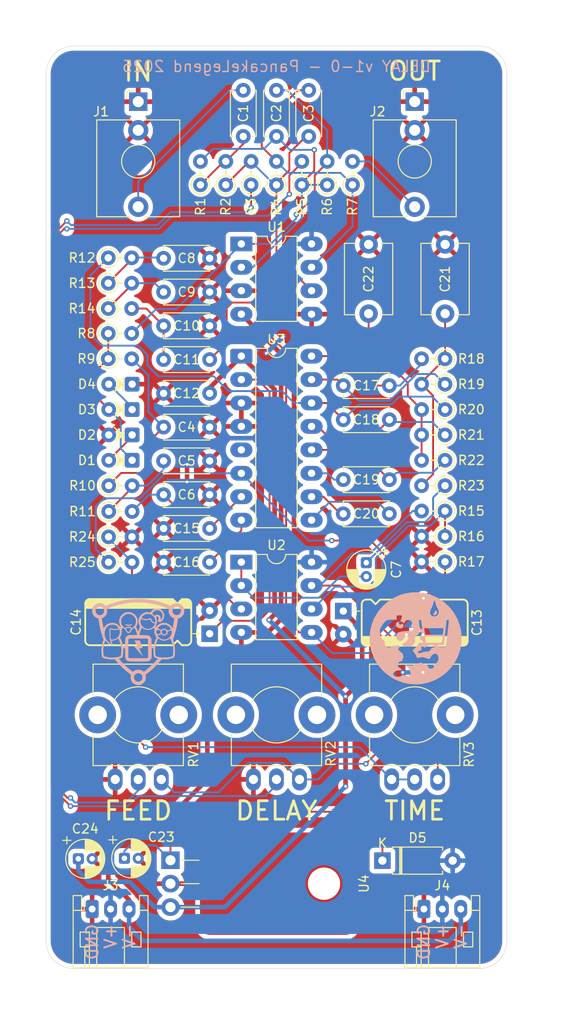
<source format=kicad_pcb>
(kicad_pcb (version 20241229) (generator "pcbnew") (generator_version "9.0")
  (layers (0 "F.Cu" signal) (2 "B.Cu" signal) (13 "F.Paste" user) (15 "B.Paste" user) (5 "F.SilkS" user "F.Silkscreen") (7 "B.SilkS" user "B.Silkscreen") (1 "F.Mask" user) (3 "B.Mask" user) (25 "Edge.Cuts" user))
  (net 0 "")
  (net 1 "Net-(C1-Pad1)")
  (net 2 "Net-(C1-Pad2)")
  (net 3 "Net-(C2-Pad1)")
  (net 4 "Net-(U1B--)")
  (net 5 "Net-(U1A--)")
  (net 6 "Net-(C3-Pad1)")
  (net 7 "Net-(C4-Pad1)")
  (net 8 "GND")
  (net 9 "Net-(C5-Pad1)")
  (net 10 "Net-(C8-Pad1)")
  (net 11 "Net-(U2A-+)")
  (net 12 "Net-(C9-Pad1)")
  (net 13 "Net-(C10-Pad1)")
  (net 14 "Net-(U2B-+)")
  (net 15 "+5V")
  (net 16 "Net-(U3-CC1)")
  (net 17 "Net-(U3-CC0)")
  (net 18 "Net-(U3-LPF1-OUT)")
  (net 19 "Net-(U3-LPF1-IN)")
  (net 20 "D OUT")
  (net 21 "Net-(U3-LPF2-IN)")
  (net 22 "Net-(U3-OP2-OUT)")
  (net 23 "Net-(U3-OP2-IN)")
  (net 24 "Net-(U3-OP1-OUT)")
  (net 25 "Net-(U3-OP1-IN)")
  (net 26 "Net-(C21-Pad2)")
  (net 27 "Net-(D5-K)")
  (net 28 "Net-(D1-K)")
  (net 29 "Net-(D1-A)")
  (net 30 "Net-(D3-A)")
  (net 31 "VDD")
  (net 32 "Net-(R15-Pad2)")
  (net 33 "Net-(J2-PadT)")
  (net 34 "VSS")
  (net 35 "DELAY")
  (net 36 "FEEDBACK")
  (net 37 "TIME")
  (net 38 "Net-(U2B--)")
  (net 39 "D IN")
  (net 40 "Net-(U2A--)")
  (net 42 "Net-(U3-REF)")
  (net 43 "Net-(R24-Pad1)")
  (net 44 "Net-(C22-Pad2)")
  (footprint "HackSynth:R_Vertical_P2.54mm" (layer "F.Cu") (at 168.29 83.9 180)
    (property "Reference" "R18")
    (property "Value" "10k")
  )
  (footprint "HackSynth:R_Vertical_P2.54mm" (layer "F.Cu") (at 147.25 65.04 90)
    (property "Reference" "R3")
    (property "Value" "100k")
  )
  (footprint "HackSynth:C_Ceramic_D4.5mm_P5.00mm" (layer "F.Cu") (at 137.75 94.966667)
    (property "Reference" "C5")
    (property "Value" "680pF")
  )
  (footprint "HackSynth:Potentiometer_Alps_RK09K_Horizontal" (layer "F.Cu") (at 135 122.5)
    (property "Reference" "RV1")
    (property "Value" "10k")
  )
  (footprint "HackSynth:Jack_3.5mm" (layer "F.Cu") (at 165 62.5 180)
    (property "Reference" "J2")
    (property "Value" "OUT")
  )
  (footprint "HackSynth:R_Vertical_P2.54mm" (layer "F.Cu") (at 168.29 92.15 180)
    (property "Reference" "R21")
    (property "Value" "10k")
  )
  (footprint "HackSynth:D_Vertical_P2.54mm" (layer "F.Cu") (at 131.8 92.15)
    (property "Reference" "D2")
    (property "Value" "1N4148")
  )
  (footprint "HackSynth:L7805 - TO-220-3_Horizontal_TabDown" (layer "F.Cu") (at 138.5 140.8 -90)
    (property "Reference" "U4")
    (property "Value" "L7805")
  )
  (footprint "HackSynth:C_Ceramic_D4.5mm_P5.00mm" (layer "F.Cu") (at 142.75 102.288889 180)
    (property "Reference" "C15")
    (property "Value" "100nF")
  )
  (footprint "HackSynth:R_Vertical_P2.54mm" (layer "F.Cu") (at 131.75 81.15)
    (property "Reference" "R8")
    (property "Value" "1k")
  )
  (footprint "HackSynth:R_Vertical_P2.54mm" (layer "F.Cu") (at 155.5 65.04 90)
    (property "Reference" "R6")
    (property "Value" "22k")
  )
  (footprint "HackSynth:C_Ceramic_D4.5mm_P5.00mm" (layer "F.Cu") (at 162.25 97 180)
    (property "Reference" "C19")
    (property "Value" "22nF")
  )
  (footprint "HackSynth:C_Ceramic_D4.5mm_P5.00mm" (layer "F.Cu") (at 137.75 83.983333)
    (property "Reference" "C11")
    (property "Value" "10nF")
  )
  (footprint "HackSynth:C_Ceramic_D4.5mm_P5.00mm" (layer "F.Cu") (at 157.25 100.7)
    (property "Reference" "C20")
    (property "Value" "22nF")
  )
  (footprint "HackSynth:R_Vertical_P2.54mm" (layer "F.Cu") (at 131.8 97.65)
    (property "Reference" "R10")
    (property "Value" "33k")
  )
  (footprint "HackSynth:Module 50x100mm" (layer "F.Cu") (at 150 100)
    (property "Reference" "REF**" (hide yes))
    (property "Value" "Untitled" (hide yes))
    (fp_line (start -24.999999 -47) (end -25 47) (stroke (width 0.05)) (layer "Edge.Cuts"))
    (fp_line (start -21.999999 49.999999) (end 22 50) (stroke (width 0.05)) (layer "Edge.Cuts"))
    (fp_line (start 22 -50) (end -21.999999 -50) (stroke (width 0.05)) (layer "Edge.Cuts"))
    (fp_line (start 25 47) (end 25 -47) (stroke (width 0.05)) (layer "Edge.Cuts"))
    (fp_arc (start -25 -47) (mid -24.12132 -49.12132) (end -22 -50) (stroke (width 0.05)) (layer "Edge.Cuts"))
    (fp_arc (start -22 50) (mid -24.12132 49.12132) (end -25 47) (stroke (width 0.05)) (layer "Edge.Cuts"))
    (fp_arc (start 22 -50) (mid 24.12132 -49.12132) (end 25 -47) (stroke (width 0.05)) (layer "Edge.Cuts"))
    (fp_arc (start 25 47) (mid 24.12132 49.12132) (end 22 50) (stroke (width 0.05)) (layer "Edge.Cuts"))
  )
  (footprint "HackSynth:R_Vertical_P2.54mm" (layer "F.Cu") (at 131.7805 103.2)
    (property "Reference" "R24")
    (property "Value" "1k")
  )
  (footprint "HackSynth:R_Vertical_P2.54mm" (layer "F.Cu") (at 131.75 78.45)
    (property "Reference" "R14")
    (property "Value" "100k")
  )
  (footprint "HackSynth:R_Vertical_P2.54mm" (layer "F.Cu") (at 168.29 86.65 180)
    (property "Reference" "R19")
    (property "Value" "22k")
  )
  (footprint "HackSynth:R_Vertical_P2.54mm" (layer "F.Cu") (at 150 65.04 90)
    (property "Reference" "R4")
    (property "Value" "22k")
  )
  (footprint "HackSynth:R_Vertical_P2.54mm" (layer "F.Cu") (at 152.75 65.04 90)
    (property "Reference" "R5")
    (property "Value" "100k")
  )
  (footprint "HackSynth:DIP-8_W7.62mm_LongPads" (layer "F.Cu") (at 150 109.75)
    (property "Reference" "U2")
    (property "Value" "TL072")
  )
  (footprint "HackSynth:CP_Radial_D5.2mm_P2.50mm_LayDown" (layer "F.Cu") (at 142.75 112.45 90)
    (property "Reference" "C14")
    (property "Value" "47µF")
  )
  (footprint "HackSynth:R_Vertical_P2.54mm" (layer "F.Cu") (at 168.29 100.4 180)
    (property "Reference" "R15")
    (property "Value" "100k")
  )
  (footprint "HackSynth:Potentiometer_Alps_RK09K_Horizontal" (layer "F.Cu") (at 150 122.5)
    (property "Reference" "RV2")
    (property "Value" "10k")
  )
  (footprint "HackSynth:JST_PH_S3B-PH-K_1x03_P2.00mm_Horizontal" (layer "F.Cu") (at 130 143.55)
    (property "Reference" "J3")
    (property "Value" "Conn_01x03")
  )
  (footprint "HackSynth:C_Ceramic_D4.5mm_P5.00mm" (layer "F.Cu") (at 137.75 98.627778)
    (property "Reference" "C6")
    (property "Value" "220pF")
  )
  (footprint "HackSynth:DIP-16_W7.62mm_LongPads" (layer "F.Cu") (at 146.19 83.61)
    (property "Reference" "U3")
    (property "Value" "PT2399")
  )
  (footprint "HackSynth:C_Ceramic_D4.5mm_P5.00mm" (layer "F.Cu") (at 146.4 59.79 90)
    (property "Reference" "C1")
    (property "Value" "220nF")
  )
  (footprint "HackSynth:C_Disc_D7.5mm_W5.0mm_P7.50mm" (layer "F.Cu") (at 168.3 71.5 -90)
    (property "Reference" "C21")
    (property "Value" "6.8nF")
  )
  (footprint "HackSynth:JST_PH_S3B-PH-K_1x03_P2.00mm_Horizontal" (layer "F.Cu") (at 166 143.55)
    (property "Reference" "J4")
    (property "Value" "Conn_01x03")
  )
  (footprint "HackSynth:R_Vertical_P2.54mm" (layer "F.Cu") (at 131.75 72.95)
    (property "Reference" "R12")
    (property "Value" "10k")
  )
  (footprint "HackSynth:R_Vertical_P2.54mm" (layer "F.Cu") (at 141.75 65.04 90)
    (property "Reference" "R1")
    (property "Value" "100k")
  )
  (footprint "HackSynth:C_Ceramic_D4.5mm_P5.00mm" (layer "F.Cu") (at 162.25 86.8 180)
    (property "Reference" "C17")
    (property "Value" "560pF")
  )
  (footprint "HackSynth:DIP-8_W7.62mm_LongPads" (layer "F.Cu") (at 150 75.25)
    (property "Reference" "U1")
    (property "Value" "TL072")
  )
  (footprint "HackSynth:D_Vertical_P2.54mm" (layer "F.Cu") (at 131.8 89.4)
    (property "Reference" "D3")
    (property "Value" "1N4148")
  )
  (footprint "HackSynth:C_Ceramic_D4.5mm_P5.00mm" (layer "F.Cu") (at 137.75 91.305556)
    (property "Reference" "C4")
    (property "Value" "2.2nF")
  )
  (footprint "HackSynth:CP_Radial_D5.2mm_P2.50mm_LayDown" (layer "F.Cu") (at 157.25 112.5 -90)
    (property "Reference" "C13")
    (property "Value" "100µF")
  )
  (footprint "HackSynth:C_Ceramic_D4.5mm_P5.00mm" (layer "F.Cu") (at 137.75 73)
    (property "Reference" "C8")
    (property "Value" "2.2nF")
  )
  (footprint "HackSynth:C_Ceramic_D4.5mm_P5.00mm" (layer "F.Cu") (at 150 54.79 -90)
    (property "Reference" "C2")
    (property "Value" "68pF")
  )
  (footprint "HackSynth:C_Ceramic_D4.5mm_P5.00mm" (layer "F.Cu") (at 137.75 80.322222)
    (property "Reference" "C10")
    (property "Value" "220pF")
  )
  (footprint "HackSynth:C_Ceramic_D4.5mm_P5.00mm" (layer "F.Cu") (at 157.25 90.5)
    (property "Reference" "C18")
    (property "Value" "560pF")
  )
  (footprint "HackSynth:D_Vertical_P2.54mm" (layer "F.Cu") (at 131.8 94.9)
    (property "Reference" "D1")
    (property "Value" "1N4148")
  )
  (footprint "HackSynth:CP_Radial_D4.0mm_P1.50mm" (layer "F.Cu") (at 159.75 106.75 -90)
    (property "Reference" "C7")
    (property "Value" "1uF")
  )
  (footprint "HackSynth:R_Vertical_P2.54mm" (layer "F.Cu") (at 168.29 94.9 180)
    (property "Reference" "R22")
    (property "Value" "22k")
  )
  (footprint "HackSynth:C_Ceramic_D4.5mm_P5.00mm" (layer "F.Cu") (at 153.5 54.79 -90)
    (property "Reference" "C3")
    (property "Value" "68pF")
  )
  (footprint "HackSynth:R_Vertical_P2.54mm" (layer "F.Cu") (at 168.29 103.15 180)
    (property "Reference" "R16")
    (property "Value" "56k")
  )
  (footprint "HackSynth:D_A-405_P7.62mm_Horizontal" (layer "F.Cu") (at 161.5 138.3)
    (property "Reference" "D5")
    (property "Value" "1N4002")
  )
  (footprint "HackSynth:R_Vertical_P2.54mm" (layer "F.Cu") (at 131.7805 105.95)
    (property "Reference" "R25")
    (property "Value" "68k")
  )
  (footprint "HackSynth:Jack_3.5mm" (layer "F.Cu") (at 135 62.5 180)
    (property "Reference" "J1")
    (property "Value" "IN")
  )
  (footprint "HackSynth:R_Vertical_P2.54mm" (layer "F.Cu") (at 168.29 105.9 180)
    (property "Reference" "R17")
    (property "Value" "1M")
  )
  (footprint "HackSynth:R_Vertical_P2.54mm" (layer "F.Cu") (at 168.29 97.65 180)
    (property "Reference" "R23")
    (property "Value" "22k")
  )
  (footprint "HackSynth:CP_Radial_D4.0mm_P1.50mm" (layer "F.Cu") (at 134.25 138.05)
    (property "Reference" "C23")
    (property "Value" "10uF 25v")
  )
  (footprint "HackSynth:Potentiometer_Alps_RK09K_Horizontal" (layer "F.Cu") (at 165 122.5)
    (property "Reference" "RV3")
    (property "Value" "47k")
  )
  (footprint "HackSynth:R_Vertical_P2.54mm" (layer "F.Cu") (at 168.29 89.4 180)
    (property "Reference" "R20")
    (property "Value" "22k")
  )
  (footprint "HackSynth:R_Vertical_P2.54mm" (layer "F.Cu") (at 131.75 83.9)
    (property "Reference" "R9")
    (property "Value" "10k")
  )
  (footprint "HackSynth:C_Ceramic_D4.5mm_P5.00mm" (layer "F.Cu") (at 142.75 87.644444 180)
    (property "Reference" "C12")
    (property "Value" "100nF")
  )
  (footprint "HackSynth:D_Vertical_P2.54mm" (layer "F.Cu") (at 131.8 86.65)
    (property "Reference" "D4")
    (property "Value" "1N4148")
  )
  (footprint "HackSynth:R_Vertical_P2.54mm" (layer "F.Cu") (at 131.75 75.7)
    (property "Reference" "R13")
    (property "Value" "33k")
  )
  (footprint "HackSynth:R_Vertical_P2.54mm" (layer "F.Cu") (at 144.5 65.04 90)
    (property "Reference" "R2")
    (property "Value" "100k")
  )
  (footprint "HackSynth:R_Vertical_P2.54mm" (layer "F.Cu") (at 158.25 65.04 90)
    (property "Reference" "R7")
    (property "Value" "1k")
  )
  (footprint "HackSynth:CP_Radial_D4.0mm_P1.50mm" (layer "F.Cu") (at 129.25 138.1)
    (property "Reference" "C24")
    (property "Value" "1uF 50v")
  )
  (footprint "HackSynth:C_Ceramic_D4.5mm_P5.00mm" (layer "F.Cu") (at 137.75 76.661111)
    (property "Reference" "C9")
    (property "Value" "680pF")
  )
  (footprint "HackSynth:C_Ceramic_D4.5mm_P5.00mm" (layer "F.Cu") (at 142.75 105.95 180)
    (property "Reference" "C16")
    (property "Value" "100nF")
  )
  (footprint "HackSynth:R_Vertical_P2.54mm" (layer "F.Cu") (at 131.8 100.45)
    (property "Reference" "R11")
    (property "Value" "100k")
  )
  (footprint "HackSynth:C_Disc_D7.5mm_W5.0mm_P7.50mm" (layer "F.Cu") (at 160 71.5 -90)
    (property "Reference" "C22")
    (property "Value" "3.3nF")
  )
  (footprint "HackSynth:PancakeLegend Logo - 10mm" (layer "B.Cu") (at 165.1 114.2 180)
    (property "Reference" "Ref**" (hide yes))
    (property "Value" "Val**" (hide yes))
  )
  (footprint "HackSynth:CCHS Logo - 10mm" (layer "B.Cu") (at 135 114.6 180)
    (property "Reference" "Ref**" (hide yes))
    (property "Value" "Val**" (hide yes))
  )
  (gr_text "OUT" (at 165 52.7 0) (layer "F.SilkS") (effects (font (size 2 2) (thickness 0.3) (bold yes))))
  (gr_text "DELAY" (at 150 132.9 0) (layer "F.SilkS") (effects (font (size 2 2) (thickness 0.3) (bold yes))))
  (gr_text "TIME" (at 165 132.9 0) (layer "F.SilkS") (effects (font (size 2 2) (thickness 0.3) (bold yes))))
  (gr_text "FEED" (at 135 132.9 0) (layer "F.SilkS") (effects (font (size 2 2) (thickness 0.3) (bold yes))))
  (gr_text "IN" (at 135 52.8 0) (layer "F.SilkS") (effects (font (size 2 2) (thickness 0.3) (bold yes))))
  (gr_text "DELAY v1-0 - PancakeLegend 2025" (at 150 52.2 0) (layer "B.SilkS") (effects (font (size 1.2 1.2)) (justify mirror)))
  (segment (start 141.75 65.04) (end 144.29 62.5) (width 0.2) (layer "F.Cu") (net 1))
  (segment (start 144.29 62.5) (end 144.5 62.5) (width 0.2) (layer "F.Cu") (net 1))
  (segment (start 144.5 62.5) (end 146.4 60.6) (width 0.2) (layer "F.Cu") (net 1))
  (segment (start 146.4 60.6) (end 146.4 59.79) (width 0.2) (layer "F.Cu") (net 1))
  (segment (start 146.4 54.79) (end 144.91 54.79) (width 0.2) (layer "B.Cu") (net 2))
  (segment (start 135 67.42) (end 135 64.75) (width 0.2) (layer "B.Cu") (net 2))
  (segment (start 135 64.7) (end 135 64.75) (width 0.2) (layer "B.Cu") (net 2))
  (segment (start 144.91 54.79) (end 135 64.7) (width 0.2) (layer "B.Cu") (net 2))
  (segment (start 155.5 62.5) (end 155.5 62.6671) (width 0.2) (layer "F.Cu") (net 3))
  (segment (start 155.5 62.6671) (end 154.15 64.0171) (width 0.2) (layer "F.Cu") (net 3))
  (segment (start 134.29 81.33) (end 134.29 81.12) (width 0.2) (layer "F.Cu") (net 3))
  (segment (start 154.15 66.25) (end 152.15 68.25) (width 0.2) (layer "F.Cu") (net 3))
  (segment (start 154.15 64.0171) (end 154.15 66.25) (width 0.2) (layer "F.Cu") (net 3))
  (via (at 152.15 68.25) (size 0.6) (drill 0.3) (layers "F.Cu" "B.Cu") (net 3))
  (segment (start 146.19 71.44) (end 139.13 78.5) (width 0.2) (layer "B.Cu") (net 3))
  (segment (start 150 54.79) (end 151.19 54.79) (width 0.2) (layer "B.Cu") (net 3))
  (segment (start 149.3929 71.44) (end 146.19 71.44) (width 0.2) (layer "B.Cu") (net 3))
  (segment (start 151.3 69.5329) (end 149.3929 71.44) (width 0.2) (layer "B.Cu") (net 3))
  (segment (start 136.94 78.5) (end 137.2 78.5) (width 0.2) (layer "B.Cu") (net 3))
  (segment (start 152.15 68.6829) (end 152.15 68.25) (width 0.2) (layer "B.Cu") (net 3))
  (segment (start 151.19 54.79) (end 155.5 59.1) (width 0.2) (layer "B.Cu") (net 3))
  (segment (start 151.3 69.5329) (end 151.84145 68.99145) (width 0.2) (layer "B.Cu") (net 3))
  (segment (start 139.13 78.5) (end 137.2 78.5) (width 0.2) (layer "B.Cu") (net 3))
  (segment (start 155.5 59.1) (end 155.5 62.5) (width 0.2) (layer "B.Cu") (net 3))
  (segment (start 134.29 81.15) (end 136.94 78.5) (width 0.2) (layer "B.Cu") (net 3))
  (segment (start 151.84145 68.99145) (end 152.15 68.6829) (width 0.2) (layer "B.Cu") (net 3))
  (segment (start 144.5 65.04) (end 147.04 62.5) (width 0.2) (layer "F.Cu") (net 4))
  (segment (start 150 72.71) (end 153.81 76.52) (width 0.2) (layer "F.Cu") (net 4))
  (segment (start 151.4 61.59) (end 151.4 63.45) (width 0.2) (layer "F.Cu") (net 4))
  (segment (start 151.4 63.45) (end 150 64.85) (width 0.2) (layer "F.Cu") (net 4))
  (segment (start 153.2 59.79) (end 151.4 61.59) (width 0.2) (layer "F.Cu") (net 4))
  (segment (start 147.04 62.5) (end 147.25 62.5) (width 0.2) (layer "F.Cu") (net 4))
  (segment (start 150 65.5) (end 150 72.71) (width 0.2) (layer "F.Cu") (net 4))
  (segment (start 147.25 62.5) (end 149.79 65.04) (width 0.2) (layer "B.Cu") (net 4))
  (segment (start 149.79 65.04) (end 150 65.04) (width 0.2) (layer "B.Cu") (net 4))
  (segment (start 154.1 63.5) (end 152.75 64.85) (width 0.2) (layer "F.Cu") (net 5))
  (segment (start 154.1 61.24) (end 154.1 63.5) (width 0.2) (layer "F.Cu") (net 5))
  (via (at 154.1 61.24) (size 0.6) (drill 0.3) (layers "F.Cu" "B.Cu") (net 5))
  (segment (start 143.11 61.14) (end 148.65 61.14) (width 0.2) (layer "B.Cu") (net 5))
  (segment (start 147.42 73.98) (end 152.75 68.65) (width 0.2) (layer "B.Cu") (net 5))
  (segment (start 150 59.79) (end 151.45 61.24) (width 0.2) (layer "B.Cu") (net 5))
  (segment (start 151.45 61.24) (end 154.1 61.24) (width 0.2) (layer "B.Cu") (net 5))
  (segment (start 152.75 68.65) (end 152.75 65.04) (width 0.2) (layer "B.Cu") (net 5))
  (segment (start 152.75 65.04) (end 155.5 65.04) (width 0.2) (layer "B.Cu") (net 5))
  (segment (start 148.65 61.14) (end 150 59.79) (width 0.2) (layer "B.Cu") (net 5))
  (segment (start 146.19 73.98) (end 147.42 73.98) (width 0.2) (layer "B.Cu") (net 5))
  (segment (start 141.75 62.5) (end 143.11 61.14) (width 0.2) (layer "B.Cu") (net 5))
  (segment (start 148.4 60.9) (end 150 62.5) (width 0.2) (layer "F.Cu") (net 6))
  (segment (start 153.5 54.79) (end 152.31 54.79) (width 0.2) (layer "F.Cu") (net 6))
  (segment (start 152.31 54.79) (end 148.4 58.7) (width 0.2) (layer "F.Cu") (net 6))
  (segment (start 148.4 58.7) (end 148.4 60.9) (width 0.2) (layer "F.Cu") (net 6))
  (segment (start 150 62.5) (end 151.24 63.74) (width 0.2) (layer "B.Cu") (net 6))
  (segment (start 156.95 63.74) (end 158.25 65.04) (width 0.2) (layer "B.Cu") (net 6))
  (segment (start 153.81 73.98) (end 158.25 69.54) (width 0.2) (layer "B.Cu") (net 6))
  (segment (start 158.25 69.54) (end 158.25 65.04) (width 0.2) (layer "B.Cu") (net 6))
  (segment (start 151.24 63.74) (end 156.95 63.74) (width 0.2) (layer "B.Cu") (net 6))
  (segment (start 135.2 96.27) (end 133.15 96.27) (width 0.2) (layer "F.Cu") (net 7))
  (segment (start 133.15 96.27) (end 131.8 97.62) (width 0.2) (layer "F.Cu") (net 7))
  (segment (start 136.1 95.37) (end 135.2 96.27) (width 0.2) (layer "F.Cu") (net 7))
  (segment (start 136.1 92.955556) (end 136.1 95.37) (width 0.2) (layer "F.Cu") (net 7))
  (segment (start 137.75 91.305556) (end 136.1 92.955556) (width 0.2) (layer "F.Cu") (net 7))
  (segment (start 136.1 89.655556) (end 137.75 91.305556) (width 0.2) (layer "B.Cu") (net 7))
  (segment (start 134.29 83.87) (end 136.1 85.68) (width 0.2) (layer "B.Cu") (net 7))
  (segment (start 136.1 85.68) (end 136.1 89.655556) (width 0.2) (layer "B.Cu") (net 7))
  (via (at 163.7 117.9) (size 0.6) (drill 0.3) (layers "F.Cu" "B.Cu") (net 8))
  (via (at 148.9 83.3) (size 0.6) (drill 0.3) (layers "F.Cu" "B.Cu") (net 8))
  (via (at 165.9 117.9) (size 0.6) (drill 0.3) (layers "F.Cu" "B.Cu") (net 8))
  (via (at 165.9 113.8) (size 0.6) (drill 0.3) (layers "F.Cu" "B.Cu") (net 8))
  (via (at 150.75 81.5) (size 0.6) (drill 0.3) (layers "F.Cu" "B.Cu") (net 8))
  (via (at 164.1 113.8) (size 0.6) (drill 0.3) (layers "F.Cu" "B.Cu") (net 8))
  (segment (start 165.9 117.9) (end 163.7 117.9) (width 0.5) (layer "B.Cu") (net 8))
  (segment (start 165.8 113.8) (end 164.1 113.8) (width 0.5) (layer "B.Cu") (net 8))
  (segment (start 150.75 81.5) (end 148.9 83.3) (width 0.5) (layer "B.Cu") (net 8))
  (segment (start 131.8 100.42) (end 134.34 97.88) (width 0.2) (layer "F.Cu") (net 9))
  (segment (start 134.34 97.88) (end 134.34 97.62) (width 0.2) (layer "F.Cu") (net 9))
  (segment (start 134.34 97.65) (end 135.9929 97.65) (width 0.2) (layer "B.Cu") (net 9))
  (segment (start 135.9929 97.65) (end 137.75 95.8929) (width 0.2) (layer "B.Cu") (net 9))
  (segment (start 137.75 95.8929) (end 137.75 94.966667) (width 0.2) (layer "B.Cu") (net 9))
  (segment (start 131.75 75.67) (end 134.29 73.13) (width 0.2) (layer "F.Cu") (net 10))
  (segment (start 134.29 73.13) (end 134.29 72.92) (width 0.2) (layer "F.Cu") (net 10))
  (segment (start 137.5 72.92) (end 137.75 73.17) (width 0.2) (layer "B.Cu") (net 10))
  (segment (start 134.29 72.92) (end 137.5 72.92) (width 0.2) (layer "B.Cu") (net 10))
  (segment (start 145.89 111.02) (end 140.4 105.53) (width 0.2) (layer "F.Cu") (net 11))
  (segment (start 146.19 111.02) (end 145.89 111.02) (width 0.2) (layer "F.Cu") (net 11))
  (segment (start 137.75 98.627778) (end 140.4 101.277778) (width 0.2) (layer "F.Cu") (net 11))
  (segment (start 140.4 101.6) (end 140.4 105.53) (width 0.2) (layer "F.Cu") (net 11))
  (segment (start 140.4 101.277778) (end 140.4 101.6) (width 0.2) (layer "F.Cu") (net 11))
  (segment (start 134.34 100.45) (end 136.162222 98.627778) (width 0.2) (layer "B.Cu") (net 11))
  (segment (start 136.162222 98.627778) (end 137.75 98.627778) (width 0.2) (layer "B.Cu") (net 11))
  (segment (start 134.29 75.88) (end 134.29 75.67) (width 0.2) (layer "F.Cu") (net 12))
  (segment (start 131.75 78.42) (end 134.29 75.88) (width 0.2) (layer "F.Cu") (net 12))
  (segment (start 134.29 75.7) (end 136.788889 75.7) (width 0.2) (layer "B.Cu") (net 12))
  (segment (start 136.788889 75.7) (end 137.75 76.661111) (width 0.2) (layer "B.Cu") (net 12))
  (segment (start 137.75 80.322222) (end 137.75 83.983333) (width 0.2) (layer "F.Cu") (net 13))
  (segment (start 135.877778 78.45) (end 137.75 80.322222) (width 0.2) (layer "F.Cu") (net 13))
  (segment (start 137.75 79.67) (end 137.5 79.67) (width 0.2) (layer "F.Cu") (net 13))
  (segment (start 134.29 78.45) (end 135.877778 78.45) (width 0.2) (layer "F.Cu") (net 13))
  (segment (start 137.75 79.67) (end 137.5 79.67) (width 0.2) (layer "B.Cu") (net 13))
  (segment (start 152.46 113.56) (end 153.81 113.56) (width 0.2) (layer "F.Cu") (net 14))
  (segment (start 151.051 112.151) (end 152.46 113.56) (width 0.2) (layer "F.Cu") (net 14))
  (segment (start 168.29 107.51) (end 168.29 105.9) (width 0.2) (layer "F.Cu") (net 14))
  (segment (start 144.6 78.4) (end 144.6 82.133333) (width 0.2) (layer "F.Cu") (net 14))
  (segment (start 144.6 82.133333) (end 142.75 83.983333) (width 0.2) (layer "F.Cu") (net 14))
  (segment (start 151.051 84) (end 151.051 83.141768) (width 0.2) (layer "F.Cu") (net 14))
  (segment (start 148.1 78.7) (end 147.2 77.8) (width 0.2) (layer "F.Cu") (net 14))
  (segment (start 148.1 80.190768) (end 148.1 78.7) (width 0.2) (layer "F.Cu") (net 14))
  (segment (start 145.2 77.8) (end 144.6 78.4) (width 0.2) (layer "F.Cu") (net 14))
  (segment (start 147.2 77.8) (end 145.2 77.8) (width 0.2) (layer "F.Cu") (net 14))
  (segment (start 151.051 83.141768) (end 148.1 80.190768) (width 0.2) (layer "F.Cu") (net 14))
  (segment (start 151.051 84) (end 151.051 112.151) (width 0.2) (layer "F.Cu") (net 14))
  (segment (start 165.95 109.85) (end 168.29 107.51) (width 0.2) (layer "F.Cu") (net 14))
  (via (at 165.95 109.85) (size 0.6) (drill 0.3) (layers "F.Cu" "B.Cu") (net 14))
  (segment (start 165.95 109.85) (end 160 115.8) (width 0.2) (layer "B.Cu") (net 14))
  (segment (start 156.05 115.8) (end 153.81 113.56) (width 0.2) (layer "B.Cu") (net 14))
  (segment (start 160 115.8) (end 156.05 115.8) (width 0.2) (layer "B.Cu") (net 14))
  (segment (start 149.2 112.2) (end 149.799 111.601) (width 0.5) (layer "F.Cu") (net 15))
  (segment (start 149.799 87.219) (end 146.19 83.61) (width 0.5) (layer "F.Cu") (net 15))
  (segment (start 142.75 87.05) (end 142.75 87.644444) (width 0.5) (layer "F.Cu") (net 15))
  (segment (start 159.3 113.3) (end 159.3 118.7) (width 0.5) (layer "F.Cu") (net 15))
  (segment (start 157.25 111.25) (end 159.3 113.3) (width 0.5) (layer "F.Cu") (net 15))
  (segment (start 157.5 130.25) (end 157.5 120.5) (width 0.5) (layer "F.Cu") (net 15))
  (segment (start 146.19 83.61) (end 142.75 87.05) (width 0.5) (layer "F.Cu") (net 15))
  (segment (start 159.3 118.7) (end 157.5 120.5) (width 0.5) (layer "F.Cu") (net 15))
  (segment (start 149.799 111.601) (end 149.799 87.219) (width 0.5) (layer "F.Cu") (net 15))
  (via (at 157.5 120.5) (size 0.6) (drill 0.3) (layers "F.Cu" "B.Cu") (net 15))
  (via (at 157.5 130.25) (size 0.6) (drill 0.3) (layers "F.Cu" "B.Cu") (net 15))
  (via (at 149.2 112.2) (size 0.6) (drill 0.3) (layers "F.Cu" "B.Cu") (net 15))
  (segment (start 138.5 143.34) (end 136.79 143.34) (width 0.5) (layer "B.Cu") (net 15))
  (segment (start 128.5 139.4) (end 128.5 138.1) (width 0.5) (layer "B.Cu") (net 15))
  (segment (start 133.7 140.6) (end 129.7 140.6) (width 0.5) (layer "B.Cu") (net 15))
  (segment (start 129.7 140.6) (end 128.5 139.4) (width 0.5) (layer "B.Cu") (net 15))
  (segment (start 134.05 140.6) (end 133.7 140.6) (width 0.5) (layer "B.Cu") (net 15))
  (segment (start 136.79 143.34) (end 134.05 140.6) (width 0.5) (layer "B.Cu") (net 15))
  (segment (start 138.5 143.34) (end 144.41 143.34) (width 0.5) (layer "B.Cu") (net 15))
  (segment (start 149.2 112.2) (end 157.5 120.5) (width 0.5) (layer "B.Cu") (net 15))
  (segment (start 144.41 143.34) (end 157.5 130.25) (width 0.5) (layer "B.Cu") (net 15))
  (segment (start 146.188889 98.85) (end 146.19 98.85) (width 0.2) (layer "F.Cu") (net 16))
  (segment (start 142.75 102.288889) (end 146.188889 98.85) (width 0.2) (layer "F.Cu") (net 16))
  (segment (start 146.19 101.39) (end 146.19 102.51) (width 0.2) (layer "F.Cu") (net 17))
  (segment (start 146.19 102.51) (end 142.75 105.95) (width 0.2) (layer "F.Cu") (net 17))
  (segment (start 145.61 101.39) (end 146.19 101.39) (width 0.2) (layer "B.Cu") (net 17))
  (segment (start 156.6 86.15) (end 157.25 86.8) (width 0.2) (layer "F.Cu") (net 18))
  (segment (start 153.81 86.15) (end 156.6 86.15) (width 0.2) (layer "F.Cu") (net 18))
  (segment (start 162.301 88.449) (end 158.899 88.449) (width 0.2) (layer "B.Cu") (net 18))
  (segment (start 158.899 88.449) (end 157.25 86.8) (width 0.2) (layer "B.Cu") (net 18))
  (segment (start 167.189 85.549) (end 165.201 85.549) (width 0.2) (layer "B.Cu") (net 18))
  (segment (start 168.29 86.65) (end 167.189 85.549) (width 0.2) (layer "B.Cu") (net 18))
  (segment (start 165.201 85.549) (end 162.301 88.449) (width 0.2) (layer "B.Cu") (net 18))
  (segment (start 153.81 83.61) (end 156.61 83.61) (width 0.2) (layer "F.Cu") (net 19))
  (segment (start 156.61 83.61) (end 159.8 86.8) (width 0.2) (layer "F.Cu") (net 19))
  (segment (start 159.8 86.8) (end 162.25 86.8) (width 0.2) (layer "F.Cu") (net 19))
  (segment (start 162.25 86.8) (end 163.3829 86.8) (width 0.2) (layer "B.Cu") (net 19))
  (segment (start 165.75 84.4329) (end 165.75 83.9) (width 0.2) (layer "B.Cu") (net 19))
  (segment (start 163.3829 86.8) (end 165.75 84.4329) (width 0.2) (layer "B.Cu") (net 19))
  (segment (start 153.81 88.69) (end 155.44 88.69) (width 0.2) (layer "F.Cu") (net 20))
  (segment (start 155.44 88.69) (end 157.25 90.5) (width 0.2) (layer "F.Cu") (net 20))
  (segment (start 129.8 74.87) (end 131.75 72.92) (width 0.2) (layer "B.Cu") (net 20))
  (segment (start 131 82.47) (end 129.8 81.27) (width 0.2) (layer "B.Cu") (net 20))
  (segment (start 158.9 88.85) (end 162.4671 88.85) (width 0.2) (layer "B.Cu") (net 20))
  (segment (start 166.89 88) (end 168.29 89.4) (width 0.2) (layer "B.Cu") (net 20))
  (segment (start 136 84.6) (end 136 83.47) (width 0.2) (layer "B.Cu") (net 20))
  (segment (start 150.62 87.4) (end 144.8 87.4) (width 0.2) (layer "B.Cu") (net 20))
  (segment (start 153.81 88.69) (end 151.91 88.69) (width 0.2) (layer "B.Cu") (net 20))
  (segment (start 137.2 85.8) (end 136 84.6) (width 0.2) (layer "B.Cu") (net 20))
  (segment (start 162.4671 88.85) (end 163.3171 88) (width 0.2) (layer "B.Cu") (net 20))
  (segment (start 163.3171 88) (end 166.89 88) (width 0.2) (layer "B.Cu") (net 20))
  (segment (start 129.8 81.27) (end 129.8 74.87) (width 0.2) (layer "B.Cu") (net 20))
  (segment (start 143.2 85.8) (end 137.2 85.8) (width 0.2) (layer "B.Cu") (net 20))
  (segment (start 135 82.47) (end 131 82.47) (width 0.2) (layer "B.Cu") (net 20))
  (segment (start 157.25 90.5) (end 158.9 88.85) (width 0.2) (layer "B.Cu") (net 20))
  (segment (start 144.8 87.4) (end 143.2 85.8) (width 0.2) (layer "B.Cu") (net 20))
  (segment (start 136 83.47) (end 135 82.47) (width 0.2) (layer "B.Cu") (net 20))
  (segment (start 151.91 88.69) (end 150.62 87.4) (width 0.2) (layer "B.Cu") (net 20))
  (segment (start 160.25 92.5) (end 162.25 90.5) (width 0.2) (layer "F.Cu") (net 21))
  (segment (start 153.81 91.23) (end 154.48 91.23) (width 0.2) (layer "F.Cu") (net 21))
  (segment (start 155.75 92.5) (end 160.25 92.5) (width 0.2) (layer "F.Cu") (net 21))
  (segment (start 154.48 91.23) (end 155.75 92.5) (width 0.2) (layer "F.Cu") (net 21))
  (segment (start 153.81 91.23) (end 154.63 91.23) (width 0.2) (layer "B.Cu") (net 21))
  (segment (start 166.89 90.75) (end 168.29 92.15) (width 0.2) (layer "B.Cu") (net 21))
  (segment (start 162.85 90.75) (end 166.89 90.75) (width 0.2) (layer "B.Cu") (net 21))
  (segment (start 153.81 93.77) (end 159.02 93.77) (width 0.2) (layer "F.Cu") (net 22))
  (segment (start 159.02 93.77) (end 162.25 97) (width 0.2) (layer "F.Cu") (net 22))
  (segment (start 163 96.25) (end 162.25 97) (width 0.2) (layer "B.Cu") (net 22))
  (segment (start 166.94 96.25) (end 163 96.25) (width 0.2) (layer "B.Cu") (net 22))
  (segment (start 168.29 94.9) (end 166.94 96.25) (width 0.2) (layer "B.Cu") (net 22))
  (segment (start 156.25 97) (end 155.56 96.31) (width 0.2) (layer "B.Cu") (net 23))
  (segment (start 157.25 97) (end 156.25 97) (width 0.2) (layer "B.Cu") (net 23))
  (segment (start 155.56 96.31) (end 153.81 96.31) (width 0.2) (layer "B.Cu") (net 23))
  (segment (start 155.8 99.4) (end 153.81 101.39) (width 0.2) (layer "B.Cu") (net 24))
  (segment (start 160.95 99.4) (end 162.25 100.7) (width 0.2) (layer "B.Cu") (net 24))
  (segment (start 155.8 99.4) (end 160.95 99.4) (width 0.2) (layer "B.Cu") (net 24))
  (segment (start 157.25 101) (end 155.1 98.85) (width 0.2) (layer "F.Cu") (net 25))
  (segment (start 155.1 98.85) (end 153.81 98.85) (width 0.2) (layer "F.Cu") (net 25))
  (segment (start 165.75 86.65) (end 167 87.9) (width 0.2) (layer "F.Cu") (net 26))
  (segment (start 165.75 86.44) (end 165.75 86.65) (width 0.2) (layer "F.Cu") (net 26))
  (segment (start 168.3 79) (end 168.3 83.89) (width 0.2) (layer "F.Cu") (net 26))
  (segment (start 167 96.4) (end 167 88.5) (width 0.2) (layer "F.Cu") (net 26))
  (segment (start 168.3 83.89) (end 168.29 83.9) (width 0.2) (layer "F.Cu") (net 26))
  (segment (start 165.75 97.65) (end 167 96.4) (width 0.2) (layer "F.Cu") (net 26))
  (segment (start 167 87.9) (end 167 88.5) (width 0.2) (layer "F.Cu") (net 26))
  (segment (start 168.29 83.9) (end 165.75 86.44) (width 0.2) (layer "F.Cu") (net 26))
  (segment (start 161.5 136.25) (end 161.5 138.3) (width 0.2) (layer "F.Cu") (net 27))
  (segment (start 138.5 138.26) (end 138.5 136.25) (width 0.2) (layer "F.Cu") (net 27))
  (segment (start 158.25 133) (end 161.5 136.25) (width 0.2) (layer "F.Cu") (net 27))
  (segment (start 141.75 133) (end 158.25 133) (width 0.2) (layer "F.Cu") (net 27))
  (segment (start 138.5 136.25) (end 141.75 133) (width 0.2) (layer "F.Cu") (net 27))
  (segment (start 133.5 137.25) (end 134.1 136.65) (width 0.2) (layer "B.Cu") (net 27))
  (segment (start 136.89 136.65) (end 138.5 138.26) (width 0.2) (layer "B.Cu") (net 27))
  (segment (start 161.46 138.26) (end 161.5 138.3) (width 0.2) (layer "B.Cu") (net 27))
  (segment (start 134.1 136.65) (end 136.89 136.65) (width 0.2) (layer "B.Cu") (net 27))
  (segment (start 133.5 138.05) (end 133.5 137.25) (width 0.2) (layer "B.Cu") (net 27))
  (segment (start 134.34 92.33) (end 131.8 94.87) (width 0.2) (layer "F.Cu") (net 28))
  (segment (start 129.9 85.72) (end 129.9 87.47) (width 0.2) (layer "F.Cu") (net 29))
  (segment (start 129.9 87.47) (end 131.8 89.37) (width 0.2) (layer "F.Cu") (net 29))
  (segment (start 131.75 81.15) (end 131.75 83.9) (width 0.2) (layer "F.Cu") (net 29))
  (segment (start 131.75 83.87) (end 129.9 85.72) (width 0.2) (layer "F.Cu") (net 29))
  (segment (start 133.1 93.63) (end 134.34 94.87) (width 0.2) (layer "B.Cu") (net 29))
  (segment (start 133.1 90.67) (end 133.1 93.63) (width 0.2) (layer "B.Cu") (net 29))
  (segment (start 131.8 89.37) (end 133.1 90.67) (width 0.2) (layer "B.Cu") (net 29))
  (segment (start 134.34 89.16) (end 131.8 86.62) (width 0.2) (layer "B.Cu") (net 30))
  (segment (start 134.34 89.37) (end 134.34 89.16) (width 0.2) (layer "B.Cu") (net 30))
  (segment (start 140.3 97.25) (end 140.3 95.35) (width 0.5) (layer "F.Cu") (net 31))
  (via (at 140.3 95.35) (size 0.6) (drill 0.3) (layers "F.Cu" "B.Cu") (net 31))
  (via (at 140.3 97.25) (size 0.6) (drill 0.3) (layers "F.Cu" "B.Cu") (net 31))
  (segment (start 144.45 92.5) (end 147.95 92.5) (width 0.5) (layer "B.Cu") (net 31))
  (segment (start 156.882 108.48) (end 153.81 108.48) (width 0.2) (layer "F.Cu") (net 32))
  (segment (start 159.7 127.8) (end 164.599 122.901) (width 0.2) (layer "F.Cu") (net 32))
  (segment (start 164.599 116.197) (end 156.882 108.48) (width 0.2) (layer "F.Cu") (net 32))
  (segment (start 164.599 122.901) (end 164.599 116.197) (width 0.2) (layer "F.Cu") (net 32))
  (via (at 159.7 127.8) (size 0.6) (drill 0.3) (layers "F.Cu" "B.Cu") (net 32))
  (segment (start 146.899 127.7) (end 150.700001 127.7) (width 0.2) (layer "B.Cu") (net 32))
  (segment (start 156.2 127.8) (end 154.5 129.5) (width 0.2) (layer "B.Cu") (net 32))
  (segment (start 154.5 129.5) (end 152.500001 129.5) (width 0.2) (layer "B.Cu") (net 32))
  (segment (start 164.7829 100.4) (end 165.75 100.4) (width 0.2) (layer "B.Cu") (net 32))
  (segment (start 158.2 105) (end 154.72 108.48) (width 0.2) (layer "B.Cu") (net 32))
  (segment (start 150.700001 127.7) (end 152.500001 129.5) (width 0.2) (layer "B.Cu") (net 32))
  (segment (start 154.72 108.48) (end 153.81 108.48) (width 0.2) (layer "B.Cu") (net 32))
  (segment (start 152.500001 128.750001) (end 152.500001 129.5) (width 0.2) (layer "B.Cu") (net 32))
  (segment (start 160.1829 105) (end 164.7829 100.4) (width 0.2) (layer "B.Cu") (net 32))
  (segment (start 160.1829 105) (end 158.2 105) (width 0.2) (layer "B.Cu") (net 32))
  (segment (start 137.500001 129.5) (end 138.899001 130.899) (width 0.2) (layer "B.Cu") (net 32))
  (segment (start 143.7 130.899) (end 146.899 127.7) (width 0.2) (layer "B.Cu") (net 32))
  (segment (start 159.7 127.8) (end 156.2 127.8) (width 0.2) (layer "B.Cu") (net 32))
  (segment (start 138.899001 130.899) (end 143.7 130.899) (width 0.2) (layer "B.Cu") (net 32))
  (segment (start 158.25 62.5) (end 160.08 62.5) (width 0.2) (layer "B.Cu") (net 33))
  (segment (start 160.08 62.5) (end 165 67.42) (width 0.2) (layer "B.Cu") (net 33))
  (segment (start 134 142.55) (end 131.75 140.3) (width 0.5) (layer "F.Cu") (net 34))
  (segment (start 134 143.55) (end 134 142.55) (width 0.5) (layer "F.Cu") (net 34))
  (segment (start 133.75 134.5) (end 131.75 136.5) (width 0.5) (layer "F.Cu") (net 34))
  (segment (start 142.5 120.75) (end 146.19 117.06) (width 0.5) (layer "F.Cu") (net 34))
  (segment (start 150.5 112.12) (end 150.5 83.37) (width 0.5) (layer "F.Cu") (net 34))
  (segment (start 131.75 140.3) (end 131.75 136.5) (width 0.5) (layer "F.Cu") (net 34))
  (segment (start 142.5 129.5) (end 142.5 120.75) (width 0.5) (layer "F.Cu") (net 34))
  (segment (start 149.06 113.56) (end 146.19 113.56) (width 0.5) (layer "F.Cu") (net 34))
  (segment (start 146.19 79.06) (end 150.5 83.37) (width 0.5) (layer "F.Cu") (net 34))
  (segment (start 137.5 134.5) (end 142.5 129.5) (width 0.5) (layer "F.Cu") (net 34))
  (segment (start 137.5 134.5) (end 133.75 134.5) (width 0.5) (layer "F.Cu") (net 34))
  (segment (start 149.06 113.56) (end 150.5 112.12) (width 0.5) (layer "F.Cu") (net 34))
  (segment (start 146.19 117.06) (end 146.19 113.56) (width 0.5) (layer "F.Cu") (net 34))
  (segment (start 135.5 147) (end 168.75 147) (width 0.5) (layer "B.Cu") (net 34))
  (segment (start 170 145.75) (end 170 143.55) (width 0.5) (layer "B.Cu") (net 34))
  (segment (start 168.75 147) (end 170 145.75) (width 0.5) (layer "B.Cu") (net 34))
  (segment (start 134 143.55) (end 134 145.5) (width 0.5) (layer "B.Cu") (net 34))
  (segment (start 134 145.5) (end 135.5 147) (width 0.5) (layer "B.Cu") (net 34))
  (segment (start 125.6 130.35) (end 125.6 70.6) (width 0.2) (layer "F.Cu") (net 35))
  (segment (start 125.6 70.6) (end 127.25 68.95) (width 0.2) (layer "F.Cu") (net 35))
  (segment (start 127.65 132.4) (end 125.6 130.35) (width 0.2) (layer "F.Cu") (net 35))
  (segment (start 147.25 67.5) (end 147.25 65.04) (width 0.2) (layer "F.Cu") (net 35))
  (via (at 127.25 68.95) (size 0.6) (drill 0.3) (layers "F.Cu" "B.Cu") (net 35))
  (via (at 147.25 67.5) (size 0.6) (drill 0.3) (layers "F.Cu" "B.Cu") (net 35))
  (via (at 127.65 132.4) (size 0.6) (drill 0.3) (layers "F.Cu" "B.Cu") (net 35))
  (segment (start 133.8661 132.4) (end 127.65 132.4) (width 0.2) (layer "B.Cu") (net 35))
  (segment (start 146.75 68) (end 138.5 68) (width 0.2) (layer "B.Cu") (net 35))
  (segment (start 134.9661 131.3) (end 133.8661 132.4) (width 0.2) (layer "B.Cu") (net 35))
  (segment (start 150 130.1) (end 148.8 131.3) (width 0.2) (layer "B.Cu") (net 35))
  (segment (start 150 129.5) (end 150 130.1) (width 0.2) (layer "B.Cu") (net 35))
  (segment (start 147.25 67.5) (end 146.75 68) (width 0.2) (layer "B.Cu") (net 35))
  (segment (start 127.95 69.4) (end 127.7 69.4) (width 0.2) (layer "B.Cu") (net 35))
  (segment (start 138.5 68) (end 137.1 69.4) (width 0.2) (layer "B.Cu") (net 35))
  (segment (start 127.7 69.4) (end 127.25 68.95) (width 0.2) (layer "B.Cu") (net 35))
  (segment (start 147.04 65.04) (end 147.25 65.04) (width 0.2) (layer "B.Cu") (net 35))
  (segment (start 148.8 131.3) (end 134.9661 131.3) (width 0.2) (layer "B.Cu") (net 35))
  (segment (start 137.1 69.4) (end 127.95 69.4) (width 0.2) (layer "B.Cu") (net 35))
  (segment (start 151.4 64.0171) (end 152.75 62.6671) (width 0.2) (layer "F.Cu") (net 36))
  (segment (start 127.3171 131.5) (end 127.65 131.5) (width 0.2) (layer "F.Cu") (net 36))
  (segment (start 126.001 130.1839) (end 127.3171 131.5) (width 0.2) (layer "F.Cu") (net 36))
  (segment (start 152.75 62.5) (end 152.75 63.19) (width 0.2) (layer "F.Cu") (net 36))
  (segment (start 126.9661 69.801) (end 126.001 70.7661) (width 0.2) (layer "F.Cu") (net 36))
  (segment (start 127.25 69.801) (end 126.9661 69.801) (width 0.2) (layer "F.Cu") (net 36))
  (segment (start 126.001 70.7661) (end 126.001 130.1839) (width 0.2) (layer "F.Cu") (net 36))
  (segment (start 151.4 66.05) (end 151.4 64.0171) (width 0.2) (layer "F.Cu") (net 36))
  (via (at 127.25 69.801) (size 0.6) (drill 0.3) (layers "F.Cu" "B.Cu") (net 36))
  (via (at 127.65 131.5) (size 0.6) (drill 0.3) (layers "F.Cu" "B.Cu") (net 36))
  (via (at 151.4 66.05) (size 0.6) (drill 0.3) (layers "F.Cu" "B.Cu") (net 36))
  (segment (start 149.049 68.401) (end 151.4 66.05) (width 0.2) (layer "B.Cu") (net 36))
  (segment (start 137.2661 69.801) (end 138.6661 68.401) (width 0.2) (layer "B.Cu") (net 36))
  (segment (start 133.7 131.999) (end 135 130.699) (width 0.2) (layer "B.Cu") (net 36))
  (segment (start 135 130.699) (end 135 129.5) (width 0.2) (layer "B.Cu") (net 36))
  (segment (start 128.149 131.999) (end 133.7 131.999) (width 0.2) (layer "B.Cu") (net 36))
  (segment (start 127.65 131.5) (end 128.149 131.999) (width 0.2) (layer "B.Cu") (net 36))
  (segment (start 127.25 69.801) (end 137.2661 69.801) (width 0.2) (layer "B.Cu") (net 36))
  (segment (start 138.6661 68.401) (end 149.049 68.401) (width 0.2) (layer "B.Cu") (net 36))
  (segment (start 160.2 103.6) (end 165 108.4) (width 0.2) (layer "F.Cu") (net 37))
  (segment (start 165 122.9) (end 167.500001 125.400001) (width 0.2) (layer "F.Cu") (net 37))
  (segment (start 165 108.4) (end 165 122.9) (width 0.2) (layer "F.Cu") (net 37))
  (segment (start 156 103.6) (end 160.2 103.6) (width 0.2) (layer "F.Cu") (net 37))
  (segment (start 167.500001 125.400001) (end 167.500001 129.5) (width 0.2) (layer "F.Cu") (net 37))
  (via (at 156 103.6) (size 0.6) (drill 0.3) (layers "F.Cu" "B.Cu") (net 37))
  (segment (start 135.191 99.019) (end 137.9 96.31) (width 0.2) (layer "B.Cu") (net 37))
  (segment (start 131.251 99.019) (end 130.4 99.87) (width 0.2) (layer "B.Cu") (net 37))
  (segment (start 146.19 96.31) (end 137.9 96.31) (width 0.2) (layer "B.Cu") (net 37))
  (segment (start 153.48 103.6) (end 146.19 96.31) (width 0.2) (layer "B.Cu") (net 37))
  (segment (start 130.4 99.87) (end 130.4 104.5395) (width 0.2) (layer "B.Cu") (net 37))
  (segment (start 130.4 104.5395) (end 131.7805 105.92) (width 0.2) (layer "B.Cu") (net 37))
  (segment (start 156 103.6) (end 153.48 103.6) (width 0.2) (layer "B.Cu") (net 37))
  (segment (start 134.9 99.019) (end 135.191 99.019) (width 0.2) (layer "B.Cu") (net 37))
  (segment (start 134.9 99.019) (end 131.251 99.019) (width 0.2) (layer "B.Cu") (net 37))
  (segment (start 168.29 100.4) (end 168.29 103.15) (width 0.2) (layer "F.Cu") (net 38))
  (segment (start 161.35855 104.95855) (end 164.3161 102.001) (width 0.2) (layer "B.Cu") (net 38))
  (segment (start 160.775 107.8) (end 160.775 105.5421) (width 0.2) (layer "B.Cu") (net 38))
  (segment (start 153.81 111.02) (end 153.9471 111.02) (width 0.2) (layer "B.Cu") (net 38))
  (segment (start 159.975 108.6) (end 160.775 107.8) (width 0.2) (layer "B.Cu") (net 38))
  (segment (start 164.3161 102.001) (end 166.689 102.001) (width 0.2) (layer "B.Cu") (net 38))
  (segment (start 166.689 102.001) (end 168.29 100.4) (width 0.2) (layer "B.Cu") (net 38))
  (segment (start 156.3671 108.6) (end 159.975 108.6) (width 0.2) (layer "B.Cu") (net 38))
  (segment (start 154.58 111.02) (end 153.81 111.02) (width 0.2) (layer "B.Cu") (net 38))
  (segment (start 153.9471 111.02) (end 156.3671 108.6) (width 0.2) (layer "B.Cu") (net 38))
  (segment (start 160.775 105.5421) (end 161.35855 104.95855) (width 0.2) (layer "B.Cu") (net 38))
  (segment (start 161.78355 104.53355) (end 161.35855 104.95855) (width 0.2) (layer "B.Cu") (net 38))
  (segment (start 159.75 106) (end 164.15 101.6) (width 0.2) (layer "B.Cu") (net 39))
  (segment (start 167 98.94) (end 168.29 97.65) (width 0.2) (layer "B.Cu") (net 39))
  (segment (start 167 100.75) (end 167 98.94) (width 0.2) (layer "B.Cu") (net 39))
  (segment (start 166.15 101.6) (end 167 100.75) (width 0.2) (layer "B.Cu") (net 39))
  (segment (start 164.15 101.6) (end 166.15 101.6) (width 0.2) (layer "B.Cu") (net 39))
  (segment (start 146.19 105.94) (end 146.19 108.48) (width 0.2) (layer "F.Cu") (net 40))
  (segment (start 154.6 109.8) (end 147.51 109.8) (width 0.2) (layer "B.Cu") (net 40))
  (segment (start 147.51 109.8) (end 146.19 108.48) (width 0.2) (layer "B.Cu") (net 40))
  (segment (start 156.9 107.5) (end 154.6 109.8) (width 0.2) (layer "B.Cu") (net 40))
  (segment (start 159.75 107.5) (end 156.9 107.5) (width 0.2) (layer "B.Cu") (net 40))
  (segment (start 146.19 86.15) (end 146.19 86.01) (width 0.2) (layer "F.Cu") (net 42))
  (segment (start 149.248 111.1) (end 149.248 87.447232) (width 0.2) (layer "F.Cu") (net 42))
  (segment (start 147.950768 86.15) (end 146.19 86.15) (width 0.2) (layer "F.Cu") (net 42))
  (segment (start 146.2 86) (end 146.6 86) (width 0.2) (layer "F.Cu") (net 42))
  (segment (start 146.19 86.01) (end 146.2 86) (width 0.2) (layer "F.Cu") (net 42))
  (segment (start 149.248 87.447232) (end 147.950768 86.15) (width 0.2) (layer "F.Cu") (net 42))
  (segment (start 148.1 112.3) (end 149.248 111.152) (width 0.2) (layer "F.Cu") (net 42))
  (segment (start 144.15 112.3) (end 148.1 112.3) (width 0.2) (layer "F.Cu") (net 42))
  (segment (start 149.248 111.152) (end 149.248 111.1) (width 0.2) (layer "F.Cu") (net 42))
  (segment (start 142.75 113.7) (end 144.15 112.3) (width 0.2) (layer "F.Cu") (net 42))
  (segment (start 135.8 126) (end 134.3205 124.5205) (width 0.2) (layer "F.Cu") (net 43))
  (segment (start 134.3205 124.5205) (end 134.3205 105.95) (width 0.2) (layer "F.Cu") (net 43))
  (via (at 135.8 126) (size 0.6) (drill 0.3) (layers "F.Cu" "B.Cu") (net 43))
  (segment (start 165 129.5) (end 162.499999 129.5) (width 0.2) (layer "B.Cu") (net 43))
  (segment (start 134.3205 105.92) (end 131.7805 103.38) (width 0.2) (layer "B.Cu") (net 43))
  (segment (start 159 126) (end 159.15 126.15) (width 0.2) (layer "B.Cu") (net 43))
  (segment (start 135.8 126) (end 159 126) (width 0.2) (layer "B.Cu") (net 43))
  (segment (start 159.15 126.15) (end 162.499999 129.5) (width 0.2) (layer "B.Cu") (net 43))
  (segment (start 131.7805 103.38) (end 131.7805 103.17) (width 0.2) (layer "B.Cu") (net 43))
  (segment (start 160 82.25) (end 164.25 86.5) (width 0.2) (layer "F.Cu") (net 44))
  (segment (start 164.25 86.5) (end 164.25 87.9) (width 0.2) (layer "F.Cu") (net 44))
  (segment (start 165.75 94.9) (end 165.75 92.15) (width 0.2) (layer "F.Cu") (net 44))
  (segment (start 160 79) (end 160 82.25) (width 0.2) (layer "F.Cu") (net 44))
  (segment (start 164.25 87.9) (end 165.75 89.4) (width 0.2) (layer "F.Cu") (net 44))
  (segment (start 165.75 92.15) (end 165.75 89.4) (width 0.2) (layer "F.Cu") (net 44))
  (zone (net 8) (net_name "GND") (layer "F.Cu") (connect_pads (clearance 0.5)) (min_thickness 0.25) (fill yes (thermal_gap 0.5) (thermal_bridge_width 0.5))
    (polygon (pts (xy 120 45) (xy 180 45) (xy 180 155) (xy 120 155)))
  )
  (zone (net 31) (net_name "VDD") (layer "B.Cu") (connect_pads (clearance 0.5)) (min_thickness 0.25) (fill yes (thermal_gap 0.5) (thermal_bridge_width 0.5))
    (polygon (pts (xy 121 46) (xy 181 46) (xy 181 156) (xy 121 156)))
  )
)
</source>
